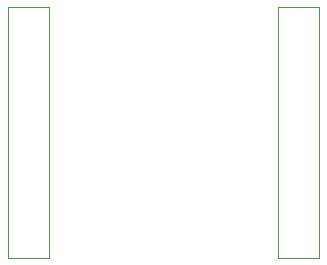
<source format=gbr>
%TF.GenerationSoftware,KiCad,Pcbnew,5.1.5*%
%TF.CreationDate,2020-11-01T11:17:01+00:00*%
%TF.ProjectId,board,626f6172-642e-46b6-9963-61645f706362,rev?*%
%TF.SameCoordinates,Original*%
%TF.FileFunction,Other,User*%
%FSLAX46Y46*%
G04 Gerber Fmt 4.6, Leading zero omitted, Abs format (unit mm)*
G04 Created by KiCad (PCBNEW 5.1.5) date 2020-11-01 11:17:01*
%MOMM*%
%LPD*%
G04 APERTURE LIST*
%ADD10C,0.050000*%
G04 APERTURE END LIST*
D10*
%TO.C,P2*%
X152100000Y-113600000D02*
X148600000Y-113600000D01*
X152100000Y-92300000D02*
X148600000Y-92300000D01*
X148600000Y-92300000D02*
X148600000Y-113600000D01*
X152100000Y-92300000D02*
X152100000Y-113600000D01*
%TO.C,P1*%
X129240000Y-113600000D02*
X125740000Y-113600000D01*
X129240000Y-92300000D02*
X125740000Y-92300000D01*
X125740000Y-92300000D02*
X125740000Y-113600000D01*
X129240000Y-92300000D02*
X129240000Y-113600000D01*
%TD*%
M02*

</source>
